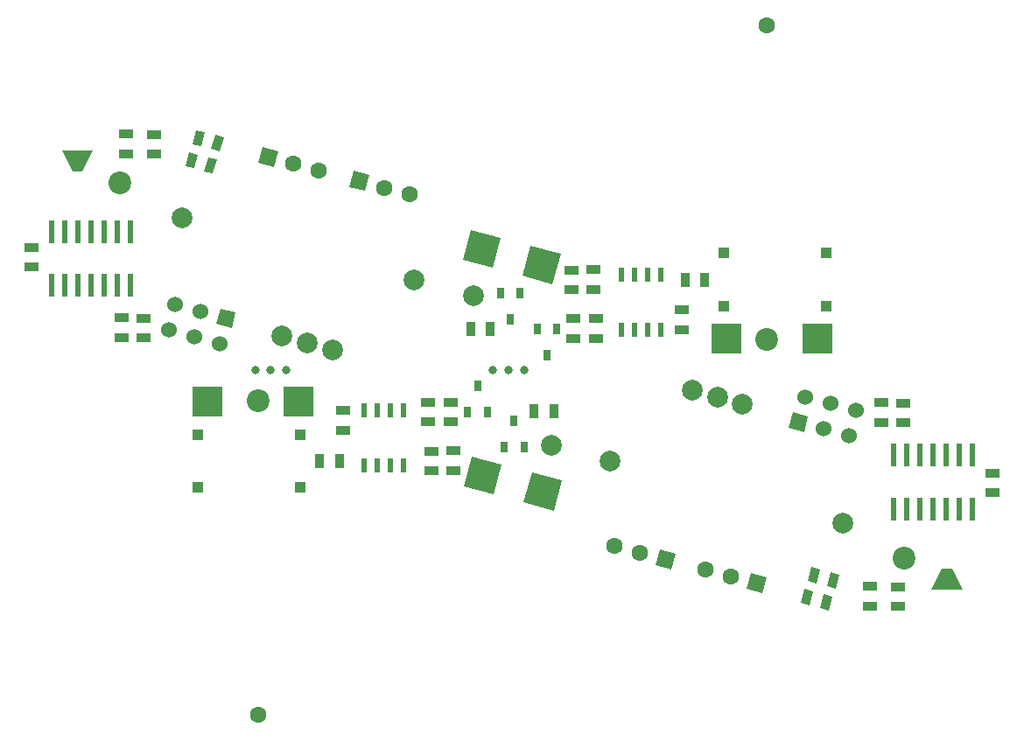
<source format=gbs>
%FSLAX46Y46*%
G04 Gerber Fmt 4.6, Leading zero omitted, Abs format (unit mm)*
G04 Created by KiCad (PCBNEW (2014-jul-16 BZR unknown)-product) date Sat 22 Nov 2014 08:56:03 PM CET*
%MOMM*%
G01*
G04 APERTURE LIST*
%ADD10C,0.150000*%
%ADD11C,2.000000*%
%ADD12R,3.000000X3.000000*%
%ADD13C,1.600000*%
%ADD14R,1.000760X1.000760*%
%ADD15C,2.200000*%
%ADD16R,0.701040X1.000760*%
%ADD17R,0.599440X1.399540*%
%ADD18R,1.397000X0.889000*%
%ADD19R,0.889000X1.397000*%
%ADD20C,1.524000*%
%ADD21R,0.599440X2.199640*%
%ADD22C,0.800000*%
G04 APERTURE END LIST*
D10*
D11*
X217183000Y-109139000D03*
X219636452Y-109796400D03*
X214729548Y-108481600D03*
D12*
X167868000Y-109565000D03*
X176668000Y-109565000D03*
D10*
G36*
X240908000Y-127735000D02*
X237908000Y-127735000D01*
X238908000Y-125735000D01*
X239908000Y-125735000D01*
X240908000Y-127735000D01*
X240908000Y-127735000D01*
G37*
G36*
X213151248Y-124256715D02*
X212737137Y-125802196D01*
X211191656Y-125388085D01*
X211605767Y-123842604D01*
X213151248Y-124256715D01*
X213151248Y-124256715D01*
G37*
D13*
X209718000Y-124165000D03*
X207264548Y-123507600D03*
D14*
X166947540Y-112734840D03*
X166947540Y-117835160D03*
X176848000Y-117835000D03*
X176848000Y-112735000D03*
D10*
G36*
X202142894Y-117190797D02*
X201366437Y-120088574D01*
X198468660Y-119312117D01*
X199245117Y-116414340D01*
X202142894Y-117190797D01*
X202142894Y-117190797D01*
G37*
G36*
X196347340Y-115637883D02*
X195570883Y-118535660D01*
X192673106Y-117759203D01*
X193449563Y-114861426D01*
X196347340Y-115637883D01*
X196347340Y-115637883D01*
G37*
D15*
X172778000Y-109485000D03*
X235278000Y-124685000D03*
D13*
X172778000Y-139885000D03*
D16*
X197528000Y-111405000D03*
X196575500Y-113945000D03*
X198480500Y-113945000D03*
X193988000Y-108005000D03*
X193035500Y-110545000D03*
X194940500Y-110545000D03*
D17*
X183013000Y-115732000D03*
X183013000Y-110398000D03*
X184283000Y-115732000D03*
X185553000Y-115732000D03*
X186823000Y-115732000D03*
X184283000Y-110398000D03*
X185553000Y-110398000D03*
X186823000Y-110398000D03*
D18*
X191418000Y-111517500D03*
X191418000Y-109612500D03*
X189508000Y-114342500D03*
X189508000Y-116247500D03*
D19*
X199465500Y-110465000D03*
X201370500Y-110465000D03*
D10*
G36*
X228318183Y-128401871D02*
X227956613Y-129751269D01*
X227097905Y-129521179D01*
X227459475Y-128171781D01*
X228318183Y-128401871D01*
X228318183Y-128401871D01*
G37*
G36*
X226478095Y-127908821D02*
X226116525Y-129258219D01*
X225257817Y-129028129D01*
X225619387Y-127678731D01*
X226478095Y-127908821D01*
X226478095Y-127908821D01*
G37*
G36*
X228998183Y-126271871D02*
X228636613Y-127621269D01*
X227777905Y-127391179D01*
X228139475Y-126041781D01*
X228998183Y-126271871D01*
X228998183Y-126271871D01*
G37*
G36*
X227158095Y-125778821D02*
X226796525Y-127128219D01*
X225937817Y-126898129D01*
X226299387Y-125548731D01*
X227158095Y-125778821D01*
X227158095Y-125778821D01*
G37*
D18*
X233028000Y-111557500D03*
X233028000Y-109652500D03*
X235168000Y-109672500D03*
X235168000Y-111577500D03*
X180968000Y-110432500D03*
X180968000Y-112337500D03*
D19*
X178715500Y-115285000D03*
X180620500Y-115285000D03*
D18*
X243848000Y-118387500D03*
X243848000Y-116482500D03*
X231968000Y-129337500D03*
X231968000Y-127432500D03*
X234688000Y-127452500D03*
X234688000Y-129357500D03*
X189218000Y-109612500D03*
X189218000Y-111517500D03*
X191618000Y-116217500D03*
X191618000Y-114312500D03*
D10*
G36*
X224102592Y-112073140D02*
X224497033Y-110601069D01*
X225969104Y-110995510D01*
X225574663Y-112467581D01*
X224102592Y-112073140D01*
X224102592Y-112073140D01*
G37*
D20*
X225693249Y-109080874D03*
X227489300Y-112191726D03*
X228146700Y-109738274D03*
X229942751Y-112849126D03*
X230600152Y-110395675D03*
D21*
X241893000Y-119923420D03*
X240623000Y-119923420D03*
X239353000Y-119923420D03*
X238083000Y-119923420D03*
X236813000Y-119923420D03*
X235543000Y-119923420D03*
X234273000Y-119923420D03*
X234273000Y-114726580D03*
X235543000Y-114726580D03*
X236813000Y-114726580D03*
X238083000Y-114726580D03*
X239353000Y-114726580D03*
X240623000Y-114726580D03*
X241893000Y-114726580D03*
D10*
G36*
X221951248Y-126556715D02*
X221537137Y-128102196D01*
X219991656Y-127688085D01*
X220405767Y-126142604D01*
X221951248Y-126556715D01*
X221951248Y-126556715D01*
G37*
D13*
X218518000Y-126465000D03*
X216064548Y-125807600D03*
D11*
X177521902Y-103880902D03*
X175068450Y-103223502D03*
X179975354Y-104538302D03*
D12*
X226836902Y-103454902D03*
X218036902Y-103454902D03*
D10*
G36*
X153796902Y-85284902D02*
X156796902Y-85284902D01*
X155796902Y-87284902D01*
X154796902Y-87284902D01*
X153796902Y-85284902D01*
X153796902Y-85284902D01*
G37*
G36*
X181553654Y-88763187D02*
X181967765Y-87217706D01*
X183513246Y-87631817D01*
X183099135Y-89177298D01*
X181553654Y-88763187D01*
X181553654Y-88763187D01*
G37*
D13*
X184986902Y-88854902D03*
X187440354Y-89512302D03*
D14*
X227757362Y-100285062D03*
X227757362Y-95184742D03*
X217856902Y-95184902D03*
X217856902Y-100284902D03*
D10*
G36*
X192562008Y-95829105D02*
X193338465Y-92931328D01*
X196236242Y-93707785D01*
X195459785Y-96605562D01*
X192562008Y-95829105D01*
X192562008Y-95829105D01*
G37*
G36*
X198357562Y-97382019D02*
X199134019Y-94484242D01*
X202031796Y-95260699D01*
X201255339Y-98158476D01*
X198357562Y-97382019D01*
X198357562Y-97382019D01*
G37*
D15*
X221926902Y-103534902D03*
X159426902Y-88334902D03*
D13*
X221926902Y-73134902D03*
D16*
X197176902Y-101614902D03*
X198129402Y-99074902D03*
X196224402Y-99074902D03*
X200716902Y-105014902D03*
X201669402Y-102474902D03*
X199764402Y-102474902D03*
D17*
X211691902Y-97287902D03*
X211691902Y-102621902D03*
X210421902Y-97287902D03*
X209151902Y-97287902D03*
X207881902Y-97287902D03*
X210421902Y-102621902D03*
X209151902Y-102621902D03*
X207881902Y-102621902D03*
D18*
X203286902Y-101502402D03*
X203286902Y-103407402D03*
X205196902Y-98677402D03*
X205196902Y-96772402D03*
D19*
X195239402Y-102554902D03*
X193334402Y-102554902D03*
D10*
G36*
X166386719Y-84618031D02*
X166748289Y-83268633D01*
X167606997Y-83498723D01*
X167245427Y-84848121D01*
X166386719Y-84618031D01*
X166386719Y-84618031D01*
G37*
G36*
X168226807Y-85111081D02*
X168588377Y-83761683D01*
X169447085Y-83991773D01*
X169085515Y-85341171D01*
X168226807Y-85111081D01*
X168226807Y-85111081D01*
G37*
G36*
X165706719Y-86748031D02*
X166068289Y-85398633D01*
X166926997Y-85628723D01*
X166565427Y-86978121D01*
X165706719Y-86748031D01*
X165706719Y-86748031D01*
G37*
G36*
X167546807Y-87241081D02*
X167908377Y-85891683D01*
X168767085Y-86121773D01*
X168405515Y-87471171D01*
X167546807Y-87241081D01*
X167546807Y-87241081D01*
G37*
D18*
X161676902Y-101462402D03*
X161676902Y-103367402D03*
X159536902Y-103347402D03*
X159536902Y-101442402D03*
X213736902Y-102587402D03*
X213736902Y-100682402D03*
D19*
X215989402Y-97734902D03*
X214084402Y-97734902D03*
D18*
X150856902Y-94632402D03*
X150856902Y-96537402D03*
X162736902Y-83682402D03*
X162736902Y-85587402D03*
X160016902Y-85567402D03*
X160016902Y-83662402D03*
X205486902Y-103407402D03*
X205486902Y-101502402D03*
X203086902Y-96802402D03*
X203086902Y-98707402D03*
D10*
G36*
X170602310Y-100946762D02*
X170207869Y-102418833D01*
X168735798Y-102024392D01*
X169130239Y-100552321D01*
X170602310Y-100946762D01*
X170602310Y-100946762D01*
G37*
D20*
X169011653Y-103939028D03*
X167215602Y-100828176D03*
X166558202Y-103281628D03*
X164762151Y-100170776D03*
X164104750Y-102624227D03*
D21*
X152811902Y-93096482D03*
X154081902Y-93096482D03*
X155351902Y-93096482D03*
X156621902Y-93096482D03*
X157891902Y-93096482D03*
X159161902Y-93096482D03*
X160431902Y-93096482D03*
X160431902Y-98293322D03*
X159161902Y-98293322D03*
X157891902Y-98293322D03*
X156621902Y-98293322D03*
X155351902Y-98293322D03*
X154081902Y-98293322D03*
X152811902Y-98293322D03*
D10*
G36*
X172753654Y-86463187D02*
X173167765Y-84917706D01*
X174713246Y-85331817D01*
X174299135Y-86877298D01*
X172753654Y-86463187D01*
X172753654Y-86463187D01*
G37*
D13*
X176186902Y-86554902D03*
X178640354Y-87212302D03*
D22*
X197000000Y-106509951D03*
X198500000Y-106509951D03*
X195500000Y-106509951D03*
X174000000Y-106509951D03*
X175500000Y-106509951D03*
X172500000Y-106509951D03*
D11*
X206818964Y-115267758D03*
X229325036Y-121298242D03*
X201120002Y-113740726D03*
X187885938Y-97752144D03*
X165379866Y-91721660D03*
X193584900Y-99279176D03*
M02*

</source>
